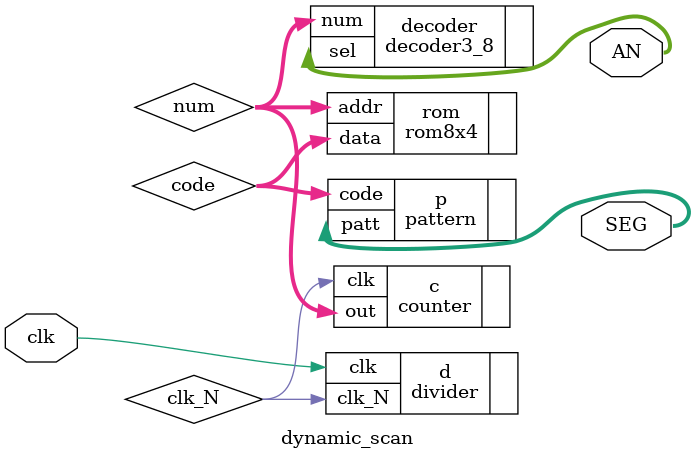
<source format=v>
`timescale 1ns / 1ps


module dynamic_scan(clk,  SEG, AN);
input clk;              // ÏµÍ³Ê±ÖÓ
output [7:0] SEG;  		// ·Ö±ð¶ÔÓ¦CA¡¢CB¡¢CC¡¢CD¡¢CE¡¢CF¡¢CGºÍDP
output [7:0] AN;        // 8Î»ÊýÂë¹ÜÆ¬Ñ¡ÐÅºÅ
wire clk_N;
wire [3:0] code;
wire [2:0] num;

    divider d(.clk(clk), .clk_N(clk_N));                     // ¹¦ÄÜÊµÏÖ
    counter c(.clk(clk_N), .out(num));
    decoder3_8 decoder(.num(num), .sel(AN));
    rom8x4 rom(.addr(num), .data(code));
    pattern p(.code(code), .patt(SEG));
    
endmodule

</source>
